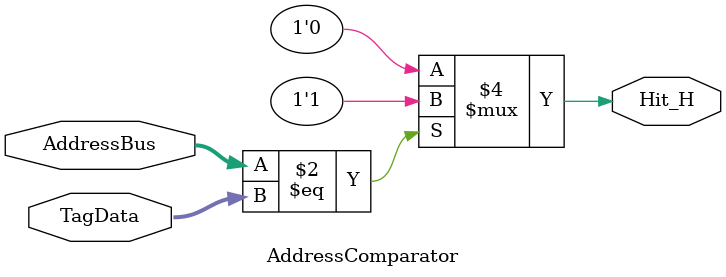
<source format=v>
module AddressComparator(
  input [18:0] AddressBus,
  input [18:0] TagData,

  output reg Hit_H
);

always@(*)begin
  if(AddressBus == TagData) Hit_H=1;
  else Hit_H = 0;
end

endmodule

</source>
